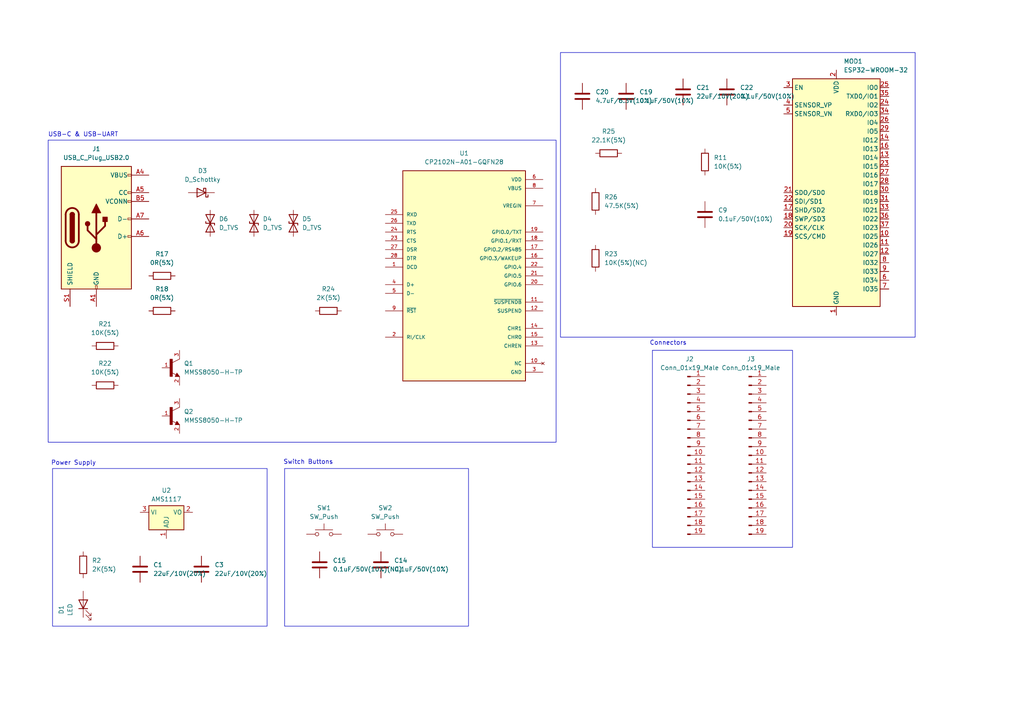
<source format=kicad_sch>
(kicad_sch (version 20250114) (generator "eeschema") (generator_version "9.0")
  (paper "A4")
  (title_block (title "ESP32 Clone") (comment 4 "I.M.J. Haan"))
  (lib_symbols
    (symbol "CP2102N-A01-GQFN28:CP2102N-A01-GQFN28" (pin_names (offset 1.016))
      (property "Reference" "U" (at -17.8368 31.0839 0))
      (property "Value" "CP2102N-A01-GQFN28" (at -17.8088 -31.041 0))
      (symbol "CP2102N-A01-GQFN28_0_0"
        (rectangle (start -17.78 -30.48) (end 17.78 30.48) (stroke (width 0.254)) (fill (type background)))
        (pin input line (at -22.86 17.78 0) (length 5.08) (name "RXD") (number "25"))
        (pin output line (at -22.86 15.24 0) (length 5.08) (name "TXD") (number "26"))
        (pin output line (at -22.86 12.7 0) (length 5.08) (name "RTS") (number "24"))
        (pin input line (at -22.86 10.16 0) (length 5.08) (name "CTS") (number "23"))
        (pin input line (at -22.86 7.62 0) (length 5.08) (name "DSR") (number "27"))
        (pin output line (at -22.86 5.08 0) (length 5.08) (name "DTR") (number "28"))
        (pin input line (at -22.86 2.54 0) (length 5.08) (name "DCD") (number "1"))
        (pin bidirectional line (at -22.86 -2.54 0) (length 5.08) (name "D+") (number "4"))
        (pin bidirectional line (at -22.86 -5.08 0) (length 5.08) (name "D-") (number "5"))
        (pin input line (at -22.86 -10.16 0) (length 5.08) (name "~{RST}") (number "9"))
        (pin bidirectional line (at -22.86 -17.78 0) (length 5.08) (name "RI/CLK") (number "2"))
        (pin power_in line (at 22.86 27.94 180) (length 5.08) (name "VDD") (number "6"))
        (pin power_in line (at 22.86 25.4 180) (length 5.08) (name "VBUS") (number "8"))
        (pin power_in line (at 22.86 20.32 180) (length 5.08) (name "VREGIN") (number "7"))
        (pin bidirectional line (at 22.86 12.7 180) (length 5.08) (name "GPIO.0/TXT") (number "19"))
        (pin bidirectional line (at 22.86 10.16 180) (length 5.08) (name "GPIO.1/RXT") (number "18"))
        (pin bidirectional line (at 22.86 7.62 180) (length 5.08) (name "GPIO.2/RS485") (number "17"))
        (pin bidirectional line (at 22.86 5.08 180) (length 5.08) (name "GPIO.3/WAKEUP") (number "16"))
        (pin bidirectional line (at 22.86 2.54 180) (length 5.08) (name "GPIO.4") (number "22"))
        (pin bidirectional line (at 22.86 0 180) (length 5.08) (name "GPIO.5") (number "21"))
        (pin bidirectional line (at 22.86 -2.54 180) (length 5.08) (name "GPIO.6") (number "20"))
        (pin output line (at 22.86 -7.62 180) (length 5.08) (name "~{SUSPENDB}") (number "11"))
        (pin output line (at 22.86 -10.16 180) (length 5.08) (name "SUSPEND") (number "12"))
        (pin output line (at 22.86 -15.24 180) (length 5.08) (name "CHR1") (number "14"))
        (pin output line (at 22.86 -17.78 180) (length 5.08) (name "CHR0") (number "15"))
        (pin output line (at 22.86 -20.32 180) (length 5.08) (name "CHREN") (number "13"))
        (pin no_connect line (at 22.86 -25.4 180) (length 5.08) (name "NC") (number "10"))
        (pin power_in line (at 22.86 -27.94 180) (length 5.08) (hide yes) (name "GND") (number "29"))
        (pin power_in line (at 22.86 -27.94 180) (length 5.08) (name "GND") (number "3"))
      )
    )
    (symbol "Connector:Conn_01x19_Pin" (pin_names (offset 1.016) (hide yes))
      (property "Reference" "J" (at 0 25.4 0))
      (property "Value" "Conn_01x19_Pin" (at 0 -25.4 0))
      (symbol "Conn_01x19_Pin_1_1"
        (rectangle (start 0.8636 22.987) (end 0 22.733) (stroke (width 0.1524)) (fill (type outline)))
        (rectangle (start 0.8636 20.447) (end 0 20.193) (stroke (width 0.1524)) (fill (type outline)))
        (rectangle (start 0.8636 17.907) (end 0 17.653) (stroke (width 0.1524)) (fill (type outline)))
        (rectangle (start 0.8636 15.367) (end 0 15.113) (stroke (width 0.1524)) (fill (type outline)))
        (rectangle (start 0.8636 12.827) (end 0 12.573) (stroke (width 0.1524)) (fill (type outline)))
        (rectangle (start 0.8636 10.287) (end 0 10.033) (stroke (width 0.1524)) (fill (type outline)))
        (rectangle (start 0.8636 7.747) (end 0 7.493) (stroke (width 0.1524)) (fill (type outline)))
        (rectangle (start 0.8636 5.207) (end 0 4.953) (stroke (width 0.1524)) (fill (type outline)))
        (rectangle (start 0.8636 2.667) (end 0 2.413) (stroke (width 0.1524)) (fill (type outline)))
        (rectangle (start 0.8636 0.127) (end 0 -0.127) (stroke (width 0.1524)) (fill (type outline)))
        (rectangle (start 0.8636 -2.413) (end 0 -2.667) (stroke (width 0.1524)) (fill (type outline)))
        (rectangle (start 0.8636 -4.953) (end 0 -5.207) (stroke (width 0.1524)) (fill (type outline)))
        (rectangle (start 0.8636 -7.493) (end 0 -7.747) (stroke (width 0.1524)) (fill (type outline)))
        (rectangle (start 0.8636 -10.033) (end 0 -10.287) (stroke (width 0.1524)) (fill (type outline)))
        (rectangle (start 0.8636 -12.573) (end 0 -12.827) (stroke (width 0.1524)) (fill (type outline)))
        (rectangle (start 0.8636 -15.113) (end 0 -15.367) (stroke (width 0.1524)) (fill (type outline)))
        (rectangle (start 0.8636 -17.653) (end 0 -17.907) (stroke (width 0.1524)) (fill (type outline)))
        (rectangle (start 0.8636 -20.193) (end 0 -20.447) (stroke (width 0.1524)) (fill (type outline)))
        (rectangle (start 0.8636 -22.733) (end 0 -22.987) (stroke (width 0.1524)) (fill (type outline)))
        (polyline (pts (xy 1.27 22.86) (xy 0.8636 22.86)) (stroke (width 0.1524)))
        (polyline (pts (xy 1.27 20.32) (xy 0.8636 20.32)) (stroke (width 0.1524)))
        (polyline (pts (xy 1.27 17.78) (xy 0.8636 17.78)) (stroke (width 0.1524)))
        (polyline (pts (xy 1.27 15.24) (xy 0.8636 15.24)) (stroke (width 0.1524)))
        (polyline (pts (xy 1.27 12.7) (xy 0.8636 12.7)) (stroke (width 0.1524)))
        (polyline (pts (xy 1.27 10.16) (xy 0.8636 10.16)) (stroke (width 0.1524)))
        (polyline (pts (xy 1.27 7.62) (xy 0.8636 7.62)) (stroke (width 0.1524)))
        (polyline (pts (xy 1.27 5.08) (xy 0.8636 5.08)) (stroke (width 0.1524)))
        (polyline (pts (xy 1.27 2.54) (xy 0.8636 2.54)) (stroke (width 0.1524)))
        (polyline (pts (xy 1.27 0) (xy 0.8636 0)) (stroke (width 0.1524)))
        (polyline (pts (xy 1.27 -2.54) (xy 0.8636 -2.54)) (stroke (width 0.1524)))
        (polyline (pts (xy 1.27 -5.08) (xy 0.8636 -5.08)) (stroke (width 0.1524)))
        (polyline (pts (xy 1.27 -7.62) (xy 0.8636 -7.62)) (stroke (width 0.1524)))
        (polyline (pts (xy 1.27 -10.16) (xy 0.8636 -10.16)) (stroke (width 0.1524)))
        (polyline (pts (xy 1.27 -12.7) (xy 0.8636 -12.7)) (stroke (width 0.1524)))
        (polyline (pts (xy 1.27 -15.24) (xy 0.8636 -15.24)) (stroke (width 0.1524)))
        (polyline (pts (xy 1.27 -17.78) (xy 0.8636 -17.78)) (stroke (width 0.1524)))
        (polyline (pts (xy 1.27 -20.32) (xy 0.8636 -20.32)) (stroke (width 0.1524)))
        (polyline (pts (xy 1.27 -22.86) (xy 0.8636 -22.86)) (stroke (width 0.1524)))
        (pin passive line (at 5.08 22.86 180) (length 3.81) (name "Pin_1") (number "1"))
        (pin passive line (at 5.08 20.32 180) (length 3.81) (name "Pin_2") (number "2"))
        (pin passive line (at 5.08 17.78 180) (length 3.81) (name "Pin_3") (number "3"))
        (pin passive line (at 5.08 15.24 180) (length 3.81) (name "Pin_4") (number "4"))
        (pin passive line (at 5.08 12.7 180) (length 3.81) (name "Pin_5") (number "5"))
        (pin passive line (at 5.08 10.16 180) (length 3.81) (name "Pin_6") (number "6"))
        (pin passive line (at 5.08 7.62 180) (length 3.81) (name "Pin_7") (number "7"))
        (pin passive line (at 5.08 5.08 180) (length 3.81) (name "Pin_8") (number "8"))
        (pin passive line (at 5.08 2.54 180) (length 3.81) (name "Pin_9") (number "9"))
        (pin passive line (at 5.08 0 180) (length 3.81) (name "Pin_10") (number "10"))
        (pin passive line (at 5.08 -2.54 180) (length 3.81) (name "Pin_11") (number "11"))
        (pin passive line (at 5.08 -5.08 180) (length 3.81) (name "Pin_12") (number "12"))
        (pin passive line (at 5.08 -7.62 180) (length 3.81) (name "Pin_13") (number "13"))
        (pin passive line (at 5.08 -10.16 180) (length 3.81) (name "Pin_14") (number "14"))
        (pin passive line (at 5.08 -12.7 180) (length 3.81) (name "Pin_15") (number "15"))
        (pin passive line (at 5.08 -15.24 180) (length 3.81) (name "Pin_16") (number "16"))
        (pin passive line (at 5.08 -17.78 180) (length 3.81) (name "Pin_17") (number "17"))
        (pin passive line (at 5.08 -20.32 180) (length 3.81) (name "Pin_18") (number "18"))
        (pin passive line (at 5.08 -22.86 180) (length 3.81) (name "Pin_19") (number "19"))
      )
    )
    (symbol "Connector:USB_C_Plug_USB2.0" (pin_names (offset 1.016))
      (property "Reference" "P" (at -10.16 19.05 0))
      (property "Value" "USB_C_Plug_USB2.0" (at 12.7 19.05 0))
      (symbol "USB_C_Plug_USB2.0_0_0"
        (rectangle (start -0.254 -17.78) (end 0.254 -16.764))
        (rectangle (start 10.16 15.494) (end 9.144 14.986))
        (rectangle (start 10.16 10.414) (end 9.144 9.906))
        (rectangle (start 10.16 7.874) (end 9.144 7.366))
        (rectangle (start 10.16 2.794) (end 9.144 2.286))
        (rectangle (start 10.16 -2.286) (end 9.144 -2.794))
      )
      (symbol "USB_C_Plug_USB2.0_0_1"
        (rectangle (start -10.16 17.78) (end 10.16 -17.78) (stroke (width 0.254)) (fill (type background)))
        (polyline (pts (xy -8.89 -3.81) (xy -8.89 3.81)) (stroke (width 0.508)))
        (rectangle (start -7.62 -3.81) (end -6.35 3.81) (stroke (width 0.254)) (fill (type outline)))
        (arc (start -7.62 3.81) (mid -6.985 4.4423) (end -6.35 3.81) (stroke (width 0.254)))
        (arc (start -7.62 3.81) (mid -6.985 4.4423) (end -6.35 3.81) (stroke (width 0.254)) (fill (type outline)))
        (arc (start -8.89 3.81) (mid -6.985 5.7067) (end -5.08 3.81) (stroke (width 0.508)))
        (arc (start -5.08 -3.81) (mid -6.985 -5.7067) (end -8.89 -3.81) (stroke (width 0.508)))
        (arc (start -6.35 -3.81) (mid -6.985 -4.4423) (end -7.62 -3.81) (stroke (width 0.254)))
        (arc (start -6.35 -3.81) (mid -6.985 -4.4423) (end -7.62 -3.81) (stroke (width 0.254)) (fill (type outline)))
        (polyline (pts (xy -5.08 3.81) (xy -5.08 -3.81)) (stroke (width 0.508)))
        (circle (center -2.54 1.143) (radius 0.635) (stroke (width 0.254)) (fill (type outline)))
        (polyline (pts (xy -1.27 4.318) (xy 0 6.858) (xy 1.27 4.318) (xy -1.27 4.318)) (stroke (width 0.254)) (fill (type outline)))
        (polyline (pts (xy 0 -2.032) (xy 2.54 0.508) (xy 2.54 1.778)) (stroke (width 0.508)))
        (polyline (pts (xy 0 -3.302) (xy -2.54 -0.762) (xy -2.54 0.508)) (stroke (width 0.508)))
        (polyline (pts (xy 0 -5.842) (xy 0 4.318)) (stroke (width 0.508)))
        (circle (center 0 -5.842) (radius 1.27) (fill (type outline)))
        (rectangle (start 1.905 1.778) (end 3.175 3.048) (stroke (width 0.254)) (fill (type outline)))
      )
      (symbol "USB_C_Plug_USB2.0_1_1"
        (pin passive line (at -7.62 -22.86 90) (length 5.08) (name "SHIELD") (number "S1"))
        (pin passive line (at 0 -22.86 90) (length 5.08) (name "GND") (number "A1"))
        (pin passive line (at 0 -22.86 90) (length 5.08) (hide yes) (name "GND") (number "A12"))
        (pin passive line (at 0 -22.86 90) (length 5.08) (hide yes) (name "GND") (number "B1"))
        (pin passive line (at 0 -22.86 90) (length 5.08) (hide yes) (name "GND") (number "B12"))
        (pin passive line (at 15.24 15.24 180) (length 5.08) (name "VBUS") (number "A4"))
        (pin passive line (at 15.24 15.24 180) (length 5.08) (hide yes) (name "VBUS") (number "A9"))
        (pin passive line (at 15.24 15.24 180) (length 5.08) (hide yes) (name "VBUS") (number "B4"))
        (pin passive line (at 15.24 15.24 180) (length 5.08) (hide yes) (name "VBUS") (number "B9"))
        (pin bidirectional line (at 15.24 10.16 180) (length 5.08) (name "CC") (number "A5"))
        (pin bidirectional line (at 15.24 7.62 180) (length 5.08) (name "VCONN") (number "B5"))
        (pin bidirectional line (at 15.24 2.54 180) (length 5.08) (name "D-") (number "A7"))
        (pin bidirectional line (at 15.24 -2.54 180) (length 5.08) (name "D+") (number "A6"))
      )
    )
    (symbol "Device:C" (pin_numbers (hide yes)) (pin_names (offset 0.254))
      (property "Reference" "C" (at 0.635 2.54 0))
      (property "Value" "C" (at 0.635 -2.54 0))
      (symbol "C_0_1"
        (polyline (pts (xy -2.032 0.762) (xy 2.032 0.762)) (stroke (width 0.508)))
        (polyline (pts (xy -2.032 -0.762) (xy 2.032 -0.762)) (stroke (width 0.508)))
      )
      (symbol "C_1_1"
        (pin passive line (at 0 3.81 270) (length 2.794) (name "~") (number "1"))
        (pin passive line (at 0 -3.81 90) (length 2.794) (name "~") (number "2"))
      )
    )
    (symbol "Device:D_Schottky" (pin_numbers (hide yes)) (pin_names (offset 1.016) (hide yes))
      (property "Reference" "D" (at 0 2.54 0))
      (property "Value" "D_Schottky" (at 0 -2.54 0))
      (symbol "D_Schottky_0_1"
        (polyline (pts (xy -1.905 0.635) (xy -1.905 1.27) (xy -1.27 1.27) (xy -1.27 -1.27) (xy -0.635 -1.27) (xy -0.635 -0.635)) (stroke (width 0.254)))
        (polyline (pts (xy 1.27 1.27) (xy 1.27 -1.27) (xy -1.27 0) (xy 1.27 1.27)) (stroke (width 0.254)))
        (polyline (pts (xy 1.27 0) (xy -1.27 0)))
      )
      (symbol "D_Schottky_1_1"
        (pin passive line (at -3.81 0 0) (length 2.54) (name "K") (number "1"))
        (pin passive line (at 3.81 0 180) (length 2.54) (name "A") (number "2"))
      )
    )
    (symbol "Device:D_TVS" (pin_numbers (hide yes)) (pin_names (offset 1.016) (hide yes))
      (property "Reference" "D" (at 0 2.54 0))
      (property "Value" "D_TVS" (at 0 -2.54 0))
      (symbol "D_TVS_0_1"
        (polyline (pts (xy -2.54 1.27) (xy -2.54 -1.27) (xy 2.54 1.27) (xy 2.54 -1.27) (xy -2.54 1.27)) (stroke (width 0.254)))
        (polyline (pts (xy 0.508 1.27) (xy 0 1.27) (xy 0 -1.27) (xy -0.508 -1.27)) (stroke (width 0.254)))
        (polyline (pts (xy 1.27 0) (xy -1.27 0)))
      )
      (symbol "D_TVS_1_1"
        (pin passive line (at -3.81 0 0) (length 2.54) (name "A1") (number "1"))
        (pin passive line (at 3.81 0 180) (length 2.54) (name "A2") (number "2"))
      )
    )
    (symbol "Device:LED" (pin_numbers (hide yes)) (pin_names (offset 1.016) (hide yes))
      (property "Reference" "D" (at 0 2.54 0))
      (property "Value" "LED" (at 0 -2.54 0))
      (symbol "LED_0_1"
        (polyline (pts (xy -3.048 -0.762) (xy -4.572 -2.286) (xy -3.81 -2.286) (xy -4.572 -2.286) (xy -4.572 -1.524)))
        (polyline (pts (xy -1.778 -0.762) (xy -3.302 -2.286) (xy -2.54 -2.286) (xy -3.302 -2.286) (xy -3.302 -1.524)))
        (polyline (pts (xy -1.27 0) (xy 1.27 0)))
        (polyline (pts (xy -1.27 -1.27) (xy -1.27 1.27)) (stroke (width 0.254)))
        (polyline (pts (xy 1.27 -1.27) (xy 1.27 1.27) (xy -1.27 0) (xy 1.27 -1.27)) (stroke (width 0.254)))
      )
      (symbol "LED_1_1"
        (pin passive line (at -3.81 0 0) (length 2.54) (name "K") (number "1"))
        (pin passive line (at 3.81 0 180) (length 2.54) (name "A") (number "2"))
      )
    )
    (symbol "Device:R" (pin_numbers (hide yes)) (pin_names (offset 0))
      (property "Reference" "R" (at 2.032 0 90))
      (property "Value" "R" (at 0 0 90))
      (symbol "R_0_1"
        (rectangle (start -1.016 -2.54) (end 1.016 2.54) (stroke (width 0.254)))
      )
      (symbol "R_1_1"
        (pin passive line (at 0 3.81 270) (length 1.27) (name "~") (number "1"))
        (pin passive line (at 0 -3.81 90) (length 1.27) (name "~") (number "2"))
      )
    )
    (symbol "MMSS8050-H-TP:MMSS8050-H-TP" (pin_names (offset 1.016))
      (property "Reference" "Q" (at -10.16 7.62 0))
      (property "Value" "MMSS8050-H-TP" (at -10.16 -7.62 0))
      (symbol "MMSS8050-H-TP_0_0"
        (rectangle (start -0.254 -2.54) (end 0.508 2.54) (stroke (width 0.1)) (fill (type outline)))
        (polyline (pts (xy 1.27 -2.54) (xy 1.778 -1.524)) (stroke (width 0.1524)))
        (polyline (pts (xy 1.524 -2.286) (xy 1.905 -2.286)) (stroke (width 0.254)))
        (polyline (pts (xy 1.524 -2.413) (xy 2.286 -2.413)) (stroke (width 0.254)))
        (polyline (pts (xy 1.54 -2.04) (xy 0.308 -1.424)) (stroke (width 0.1524)))
        (polyline (pts (xy 1.778 -1.524) (xy 2.54 -2.54)) (stroke (width 0.1524)))
        (polyline (pts (xy 1.778 -1.778) (xy 1.524 -2.286)) (stroke (width 0.254)))
        (polyline (pts (xy 1.905 -2.286) (xy 1.778 -2.032)) (stroke (width 0.254)))
        (polyline (pts (xy 2.286 -2.413) (xy 1.778 -1.778)) (stroke (width 0.254)))
        (polyline (pts (xy 2.54 2.54) (xy 0.508 1.524)) (stroke (width 0.1524)))
        (polyline (pts (xy 2.54 -2.54) (xy 1.27 -2.54)) (stroke (width 0.1524)))
        (pin passive line (at -2.54 0 0) (length 2.54) (name "~") (number "1"))
        (pin passive line (at 2.54 5.08 270) (length 2.54) (name "~") (number "3"))
        (pin passive line (at 2.54 -5.08 90) (length 2.54) (name "~") (number "2"))
      )
    )
    (symbol "RF_Module:ESP32-WROOM-32"
      (property "Reference" "U" (at -12.7 34.29 0))
      (property "Value" "ESP32-WROOM-32" (at 1.27 34.29 0))
      (symbol "ESP32-WROOM-32_0_1"
        (rectangle (start -12.7 33.02) (end 12.7 -33.02) (stroke (width 0.254)) (fill (type background)))
      )
      (symbol "ESP32-WROOM-32_1_1"
        (pin input line (at -15.24 30.48 0) (length 2.54) (name "EN") (number "3"))
        (pin input line (at -15.24 25.4 0) (length 2.54) (name "SENSOR_VP") (number "4"))
        (pin input line (at -15.24 22.86 0) (length 2.54) (name "SENSOR_VN") (number "5"))
        (pin bidirectional line (at -15.24 0 0) (length 2.54) (name "SDO/SD0") (number "21"))
        (pin bidirectional line (at -15.24 -2.54 0) (length 2.54) (name "SDI/SD1") (number "22"))
        (pin bidirectional line (at -15.24 -5.08 0) (length 2.54) (name "SHD/SD2") (number "17"))
        (pin bidirectional line (at -15.24 -7.62 0) (length 2.54) (name "SWP/SD3") (number "18"))
        (pin bidirectional line (at -15.24 -10.16 0) (length 2.54) (name "SCK/CLK") (number "20"))
        (pin bidirectional line (at -15.24 -12.7 0) (length 2.54) (name "SCS/CMD") (number "19"))
        (pin no_connect line (at -12.7 -27.94 0) (length 2.54) (hide yes) (name "NC") (number "32"))
        (pin power_in line (at 0 35.56 270) (length 2.54) (name "VDD") (number "2"))
        (pin power_in line (at 0 -35.56 90) (length 2.54) (name "GND") (number "1"))
        (pin passive line (at 0 -35.56 90) (length 2.54) (hide yes) (name "GND") (number "15"))
        (pin passive line (at 0 -35.56 90) (length 2.54) (hide yes) (name "GND") (number "38"))
        (pin passive line (at 0 -35.56 90) (length 2.54) (hide yes) (name "GND") (number "39"))
        (pin bidirectional line (at 15.24 30.48 180) (length 2.54) (name "IO0") (number "25"))
        (pin bidirectional line (at 15.24 27.94 180) (length 2.54) (name "TXD0/IO1") (number "35"))
        (pin bidirectional line (at 15.24 25.4 180) (length 2.54) (name "IO2") (number "24"))
        (pin bidirectional line (at 15.24 22.86 180) (length 2.54) (name "RXD0/IO3") (number "34"))
        (pin bidirectional line (at 15.24 20.32 180) (length 2.54) (name "IO4") (number "26"))
        (pin bidirectional line (at 15.24 17.78 180) (length 2.54) (name "IO5") (number "29"))
        (pin bidirectional line (at 15.24 15.24 180) (length 2.54) (name "IO12") (number "14"))
        (pin bidirectional line (at 15.24 12.7 180) (length 2.54) (name "IO13") (number "16"))
        (pin bidirectional line (at 15.24 10.16 180) (length 2.54) (name "IO14") (number "13"))
        (pin bidirectional line (at 15.24 7.62 180) (length 2.54) (name "IO15") (number "23"))
        (pin bidirectional line (at 15.24 5.08 180) (length 2.54) (name "IO16") (number "27"))
        (pin bidirectional line (at 15.24 2.54 180) (length 2.54) (name "IO17") (number "28"))
        (pin bidirectional line (at 15.24 0 180) (length 2.54) (name "IO18") (number "30"))
        (pin bidirectional line (at 15.24 -2.54 180) (length 2.54) (name "IO19") (number "31"))
        (pin bidirectional line (at 15.24 -5.08 180) (length 2.54) (name "IO21") (number "33"))
        (pin bidirectional line (at 15.24 -7.62 180) (length 2.54) (name "IO22") (number "36"))
        (pin bidirectional line (at 15.24 -10.16 180) (length 2.54) (name "IO23") (number "37"))
        (pin bidirectional line (at 15.24 -12.7 180) (length 2.54) (name "IO25") (number "10"))
        (pin bidirectional line (at 15.24 -15.24 180) (length 2.54) (name "IO26") (number "11"))
        (pin bidirectional line (at 15.24 -17.78 180) (length 2.54) (name "IO27") (number "12"))
        (pin bidirectional line (at 15.24 -20.32 180) (length 2.54) (name "IO32") (number "8"))
        (pin bidirectional line (at 15.24 -22.86 180) (length 2.54) (name "IO33") (number "9"))
        (pin input line (at 15.24 -25.4 180) (length 2.54) (name "IO34") (number "6"))
        (pin input line (at 15.24 -27.94 180) (length 2.54) (name "IO35") (number "7"))
      )
    )
    (symbol "Regulator_Linear:AMS1117"
      (property "Reference" "U" (at -3.81 3.175 0))
      (property "Value" "AMS1117" (at 0 3.175 0))
      (symbol "AMS1117_0_1"
        (rectangle (start -5.08 -5.08) (end 5.08 1.905) (stroke (width 0.254)) (fill (type background)))
      )
      (symbol "AMS1117_1_1"
        (pin power_in line (at -7.62 0 0) (length 2.54) (name "VI") (number "3"))
        (pin input line (at 0 -7.62 90) (length 2.54) (name "ADJ") (number "1"))
        (pin power_out line (at 7.62 0 180) (length 2.54) (name "VO") (number "2"))
      )
    )
    (symbol "Switch:SW_Push" (pin_numbers (hide yes)) (pin_names (offset 1.016) (hide yes))
      (property "Reference" "SW" (at 1.27 2.54 0))
      (property "Value" "SW_Push" (at 0 -1.524 0))
      (symbol "SW_Push_0_1"
        (circle (center -2.032 0) (radius 0.508))
        (polyline (pts (xy 0 1.27) (xy 0 3.048)))
        (circle (center 2.032 0) (radius 0.508))
        (polyline (pts (xy 2.54 1.27) (xy -2.54 1.27)))
        (pin passive line (at -5.08 0 0) (length 2.54) (name "1") (number "1"))
        (pin passive line (at 5.08 0 180) (length 2.54) (name "2") (number "2"))
      )
    )
  )
  (rectangle (start 15.24 135.89) (end 77.47 181.61))
  (rectangle (start 189.23 101.6) (end 229.87 158.75))
  (rectangle (start 82.55 135.89) (end 135.89 181.61))
  (rectangle (start 13.97 40.64) (end 161.29 128.27))
  (rectangle (start 162.56 15.24) (end 265.43 97.79))
  (text "Power Supply" (at 21.336 134.366 0) (effects (font (size 1.27 1.27))))
  (text "Connectors" (at 193.802 99.568 0) (effects (font (size 1.27 1.27))))
  (text "Switch Buttons" (at 89.408 134.112 0) (effects (font (size 1.27 1.27))))
  (text "USB-C & USB-UART" (at 24.13 39.116 0) (effects (font (size 1.27 1.27))))
  (symbol (lib_id "Device:R") (at 24.13 163.83 0) (unit 1)
    (property "Reference" "R2" (at 26.67 162.5599 0) (effects (justify left)))
    (property "Value" "2K(5%)" (at 26.67 165.0999 0) (effects (justify left)))
    (property "Footprint" "Resistor_SMD:R_0402_1005Metric" (effects (hide yes)))
    (property "Description" "Resistor" (effects (hide yes)))
  )
  (symbol (lib_id "Device:C") (at 210.82 26.67 0) (unit 1)
    (property "Reference" "C22" (at 214.63 25.3999 0) (effects (justify left)))
    (property "Value" "0.1uF/50V(10%)" (at 214.63 27.9399 0) (effects (justify left)))
    (property "Footprint" "Capacitor_SMD:C_0402_1005Metric" (effects (hide yes)))
    (property "Description" "Unpolarized capacitor" (effects (hide yes)))
  )
  (symbol (lib_id "Device:C") (at 58.42 165.1 0) (unit 1)
    (property "Reference" "C3" (at 62.23 163.8299 0) (effects (justify left)))
    (property "Value" "22uF/10V(20%)" (at 62.23 166.3699 0) (effects (justify left)))
    (property "Footprint" "Capacitor_SMD:C_0603_1608Metric" (effects (hide yes)))
    (property "Description" "Unpolarized capacitor" (effects (hide yes)))
  )
  (symbol (lib_id "Device:R") (at 30.48 111.76 90) (unit 1)
    (property "Reference" "R22" (at 30.48 105.41 90))
    (property "Value" "10K(5%)" (at 30.48 107.95 90))
    (property "Footprint" "Resistor_SMD:R_0402_1005Metric" (effects (hide yes)))
    (property "Description" "Resistor" (effects (hide yes)))
  )
  (symbol (lib_id "Device:D_TVS") (at 85.09 64.77 90) (unit 1)
    (property "Reference" "D5" (at 87.63 63.4999 90) (effects (justify right)))
    (property "Value" "D_TVS" (at 87.63 66.0399 90) (effects (justify right)))
    (property "Footprint" "Diode_SMD:D_SOD-323" (effects (hide yes)))
    (property "Description" "Bidirectional transient-voltage-suppression diode" (effects (hide yes)))
  )
  (symbol (lib_id "Device:D_Schottky") (at 58.42 55.88 180) (unit 1)
    (property "Reference" "D3" (at 58.7375 49.53 0))
    (property "Value" "D_Schottky" (at 58.7375 52.07 0))
    (property "Footprint" "Diode_SMD:D_SOD-323" (effects (hide yes)))
    (property "Description" "Schottky diode" (effects (hide yes)))
  )
  (symbol (lib_id "Device:C") (at 110.49 163.83 0) (unit 1)
    (property "Reference" "C14" (at 114.3 162.5599 0) (effects (justify left)))
    (property "Value" "0.1uF/50V(10%)" (at 114.3 165.0999 0) (effects (justify left)))
    (property "Footprint" "Capacitor_SMD:C_0402_1005Metric" (effects (hide yes)))
    (property "Description" "Unpolarized capacitor" (effects (hide yes)))
  )
  (symbol (lib_id "Device:D_TVS") (at 60.96 64.77 90) (unit 1)
    (property "Reference" "D6" (at 63.5 63.4999 90) (effects (justify right)))
    (property "Value" "D_TVS" (at 63.5 66.0399 90) (effects (justify right)))
    (property "Footprint" "Diode_SMD:D_SOD-323" (effects (hide yes)))
    (property "Description" "Bidirectional transient-voltage-suppression diode" (effects (hide yes)))
  )
  (symbol (lib_id "Device:C") (at 40.64 165.1 0) (unit 1)
    (property "Reference" "C1" (at 44.45 163.8299 0) (effects (justify left)))
    (property "Value" "22uF/10V(20%)" (at 44.45 166.3699 0) (effects (justify left)))
    (property "Footprint" "Capacitor_SMD:C_0603_1608Metric" (effects (hide yes)))
    (property "Description" "Unpolarized capacitor" (effects (hide yes)))
  )
  (symbol (lib_id "MMSS8050-H-TP:MMSS8050-H-TP") (at 49.53 106.68 0) (unit 1)
    (property "Reference" "Q1" (at 53.34 105.4099 0) (effects (justify left)))
    (property "Value" "MMSS8050-H-TP" (at 53.34 107.9499 0) (effects (justify left)))
    (property "Footprint" "MMSS8050-H-TP:TRANS_MMSS8050-H-TP" (effects (hide yes)))
    (property "MF" "Micro Commercial" (effects (hide yes)))
    (property "MAXIMUM_PACKAGE_HEIGHT" "1.22mm" (effects (hide yes)))
    (property "Package" "SOT-23 MCC" (effects (hide yes)))
    (property "Price" "None" (effects (hide yes)))
    (property "Check_prices" "https://www.snapeda.com/parts/MMSS8050-H-TP/Micro+Commercial+Components/view-part/?ref=eda" (effects (hide yes)))
    (property "STANDARD" "Manufacturer recommendations" (effects (hide yes)))
    (property "PARTREV" "D" (effects (hide yes)))
    (property "SnapEDA_Link" "https://www.snapeda.com/parts/MMSS8050-H-TP/Micro+Commercial+Components/view-part/?ref=snap" (effects (hide yes)))
    (property "MP" "MMSS8050-H-TP" (effects (hide yes)))
    (property "Description_1" "Bipolar (BJT) Transistor NPN 25 V 1.5 A 100MHz 625 mW Surface Mount SOT-23" (effects (hide yes)))
    (property "Availability" "In Stock" (effects (hide yes)))
    (property "MANUFACTURER" "MCC" (effects (hide yes)))
  )
  (symbol (lib_id "Switch:SW_Push") (at 111.76 154.94 0) (unit 1)
    (property "Reference" "SW2" (at 111.76 147.32 0))
    (property "Value" "SW_Push" (at 111.76 149.86 0))
    (property "Footprint" "Button_Switch_SMD:SW_SPST_B3S-1000" (effects (hide yes)))
    (property "Description" "Push button switch, generic, two pins" (effects (hide yes)))
  )
  (symbol (lib_id "Switch:SW_Push") (at 93.98 154.94 0) (unit 1)
    (property "Reference" "SW1" (at 93.98 147.32 0))
    (property "Value" "SW_Push" (at 93.98 149.86 0))
    (property "Footprint" "Button_Switch_SMD:SW_SPST_B3S-1000" (effects (hide yes)))
    (property "Description" "Push button switch, generic, two pins" (effects (hide yes)))
  )
  (symbol (lib_id "Device:C") (at 168.91 27.94 0) (unit 1)
    (property "Reference" "C20" (at 172.72 26.6699 0) (effects (justify left)))
    (property "Value" "4.7uF/6.3V(10%)" (at 172.72 29.2099 0) (effects (justify left)))
    (property "Footprint" "Capacitor_SMD:C_0402_1005Metric" (effects (hide yes)))
    (property "Description" "Unpolarized capacitor" (effects (hide yes)))
  )
  (symbol (lib_id "Device:C") (at 204.47 62.23 0) (unit 1)
    (property "Reference" "C9" (at 208.28 60.9599 0) (effects (justify left)))
    (property "Value" "0.1uF/50V(10%)" (at 208.28 63.4999 0) (effects (justify left)))
    (property "Footprint" "Capacitor_SMD:C_0402_1005Metric" (effects (hide yes)))
    (property "Description" "Unpolarized capacitor" (effects (hide yes)))
  )
  (symbol (lib_id "Device:R") (at 46.99 90.17 90) (unit 1)
    (property "Reference" "R18" (at 46.99 83.82 90))
    (property "Value" "0R(5%)" (at 46.99 86.36 90))
    (property "Footprint" "Resistor_SMD:R_0402_1005Metric" (effects (hide yes)))
    (property "Description" "Resistor" (effects (hide yes)))
  )
  (symbol (lib_id "Device:C") (at 181.61 27.94 0) (unit 1)
    (property "Reference" "C19" (at 185.42 26.6699 0) (effects (justify left)))
    (property "Value" "0.1uF/50V(10%)" (at 185.42 29.2099 0) (effects (justify left)))
    (property "Footprint" "Capacitor_SMD:C_0402_1005Metric" (effects (hide yes)))
    (property "Description" "Unpolarized capacitor" (effects (hide yes)))
  )
  (symbol (lib_id "Device:R") (at 204.47 46.99 0) (unit 1)
    (property "Reference" "R11" (at 207.01 45.7199 0) (effects (justify left)))
    (property "Value" "10K(5%)" (at 207.01 48.2599 0) (effects (justify left)))
    (property "Footprint" "Resistor_SMD:R_0402_1005Metric" (effects (hide yes)))
    (property "Description" "Resistor" (effects (hide yes)))
  )
  (symbol (lib_id "CP2102N-A01-GQFN28:CP2102N-A01-GQFN28") (at 134.62 80.01 0) (unit 1)
    (property "Reference" "U1" (at 134.62 44.45 0))
    (property "Value" "CP2102N-A01-GQFN28" (at 134.62 46.99 0))
    (property "Footprint" "CP2102N-A01-GQFN28:QFN50P500X500X80-29N" (effects (hide yes)))
    (property "MF" "Silicon Labs" (effects (hide yes)))
    (property "MAXIMUM_PACKAGE_HEIGHT" "0.8mm" (effects (hide yes)))
    (property "Package" "QFN-28 Silicon Labs" (effects (hide yes)))
    (property "Price" "None" (effects (hide yes)))
    (property "Check_prices" "https://www.snapeda.com/parts/CP2102N-A01-GQFN28/Silicon+Labs/view-part/?ref=eda" (effects (hide yes)))
    (property "STANDARD" "IPC 7351B" (effects (hide yes)))
    (property "PARTREV" "1.0" (effects (hide yes)))
    (property "SnapEDA_Link" "https://www.snapeda.com/parts/CP2102N-A01-GQFN28/Silicon+Labs/view-part/?ref=snap" (effects (hide yes)))
    (property "MP" "CP2102N-A01-GQFN28" (effects (hide yes)))
    (property "Description_1" "USB Bridge, USB to UART USB 2.0 UART Interface 28-QFN (5x5)" (effects (hide yes)))
    (property "Availability" "Not in stock" (effects (hide yes)))
    (property "MANUFACTURER" "SILICON LABS" (effects (hide yes)))
  )
  (symbol (lib_id "Device:D_TVS") (at 73.66 64.77 90) (unit 1)
    (property "Reference" "D4" (at 76.2 63.4999 90) (effects (justify right)))
    (property "Value" "D_TVS" (at 76.2 66.0399 90) (effects (justify right)))
    (property "Footprint" "Diode_SMD:D_SOD-323" (effects (hide yes)))
    (property "Description" "Bidirectional transient-voltage-suppression diode" (effects (hide yes)))
  )
  (symbol (lib_id "MMSS8050-H-TP:MMSS8050-H-TP") (at 49.53 120.65 0) (unit 1)
    (property "Reference" "Q2" (at 53.34 119.3799 0) (effects (justify left)))
    (property "Value" "MMSS8050-H-TP" (at 53.34 121.9199 0) (effects (justify left)))
    (property "Footprint" "MMSS8050-H-TP:TRANS_MMSS8050-H-TP" (effects (hide yes)))
    (property "MF" "Micro Commercial" (effects (hide yes)))
    (property "MAXIMUM_PACKAGE_HEIGHT" "1.22mm" (effects (hide yes)))
    (property "Package" "SOT-23 MCC" (effects (hide yes)))
    (property "Price" "None" (effects (hide yes)))
    (property "Check_prices" "https://www.snapeda.com/parts/MMSS8050-H-TP/Micro+Commercial+Components/view-part/?ref=eda" (effects (hide yes)))
    (property "STANDARD" "Manufacturer recommendations" (effects (hide yes)))
    (property "PARTREV" "D" (effects (hide yes)))
    (property "SnapEDA_Link" "https://www.snapeda.com/parts/MMSS8050-H-TP/Micro+Commercial+Components/view-part/?ref=snap" (effects (hide yes)))
    (property "MP" "MMSS8050-H-TP" (effects (hide yes)))
    (property "Description_1" "Bipolar (BJT) Transistor NPN 25 V 1.5 A 100MHz 625 mW Surface Mount SOT-23" (effects (hide yes)))
    (property "Availability" "In Stock" (effects (hide yes)))
    (property "MANUFACTURER" "MCC" (effects (hide yes)))
  )
  (symbol (lib_id "Device:R") (at 46.99 80.01 90) (unit 1)
    (property "Reference" "R17" (at 46.99 73.66 90))
    (property "Value" "0R(5%)" (at 46.99 76.2 90))
    (property "Footprint" "Resistor_SMD:R_0402_1005Metric" (effects (hide yes)))
    (property "Description" "Resistor" (effects (hide yes)))
  )
  (symbol (lib_id "Device:C") (at 92.71 163.83 0) (unit 1)
    (property "Reference" "C15" (at 96.52 162.5599 0) (effects (justify left)))
    (property "Value" "0.1uF/50V(10%)(NC)" (at 96.52 165.0999 0) (effects (justify left)))
    (property "Footprint" "Capacitor_SMD:C_0402_1005Metric" (effects (hide yes)))
    (property "Description" "Unpolarized capacitor" (effects (hide yes)))
  )
  (symbol (lib_id "Device:R") (at 95.25 90.17 90) (unit 1)
    (property "Reference" "R24" (at 95.25 83.82 90))
    (property "Value" "2K(5%)" (at 95.25 86.36 90))
    (property "Footprint" "Resistor_SMD:R_0402_1005Metric" (effects (hide yes)))
    (property "Description" "Resistor" (effects (hide yes)))
  )
  (symbol (lib_id "Device:R") (at 176.53 44.45 90) (unit 1)
    (property "Reference" "R25" (at 176.53 38.1 90))
    (property "Value" "22.1K(5%)" (at 176.53 40.64 90))
    (property "Footprint" "Resistor_SMD:R_0402_1005Metric" (effects (hide yes)))
    (property "Description" "Resistor" (effects (hide yes)))
  )
  (symbol (lib_id "RF_Module:ESP32-WROOM-32") (at 242.57 55.88 0) (unit 1)
    (property "Reference" "MOD1" (at 244.7133 17.78 0) (effects (justify left)))
    (property "Value" "ESP32-WROOM-32" (at 244.7133 20.32 0) (effects (justify left)))
    (property "Footprint" "RF_Module:ESP32-WROOM-32" (effects (hide yes)))
    (property "Datasheet" "https://www.espressif.com/sites/default/files/documentation/esp32-wroom-32_datasheet_en.pdf" (effects (hide yes)))
    (property "Description" "RF Module, ESP32-D0WDQ6 SoC, Wi-Fi 802.11b/g/n, Bluetooth, BLE, 32-bit, 2.7-3.6V, onboard antenna, SMD" (effects (hide yes)))
  )
  (symbol (lib_id "Connector:Conn_01x19_Pin") (at 199.39 132.08 0) (unit 1)
    (property "Reference" "J2" (at 200.025 104.14 0))
    (property "Value" "Conn_01x19_Male" (at 200.025 106.68 0))
    (property "Footprint" "Connector_PinHeader_2.54mm:PinHeader_1x19_P2.54mm_Vertical" (effects (hide yes)))
    (property "Description" "Generic connector, single row, 01x19, script generated" (effects (hide yes)))
  )
  (symbol (lib_id "Device:LED") (at 24.13 175.26 90) (unit 1)
    (property "Reference" "D1" (at 17.78 176.8475 0))
    (property "Value" "LED" (at 20.32 176.8475 0))
    (property "Footprint" "LED_SMD:LED_0603_1608Metric" (effects (hide yes)))
    (property "Description" "Light emitting diode" (effects (hide yes)))
    (property "Sim.Pins" "1=K 2=A" (effects (hide yes)))
  )
  (symbol (lib_id "Device:R") (at 172.72 74.93 180) (unit 1)
    (property "Reference" "R23" (at 175.26 73.6599 0) (effects (justify right)))
    (property "Value" "10K(5%)(NC)" (at 175.26 76.1999 0) (effects (justify right)))
    (property "Footprint" "Resistor_SMD:R_0402_1005Metric" (effects (hide yes)))
    (property "Description" "Resistor" (effects (hide yes)))
  )
  (symbol (lib_id "Regulator_Linear:AMS1117") (at 48.26 148.59 0) (unit 1)
    (property "Reference" "U2" (at 48.26 142.24 0))
    (property "Value" "AMS1117" (at 48.26 144.78 0))
    (property "Footprint" "Package_TO_SOT_SMD:SOT-223-3_TabPin2" (effects (hide yes)))
    (property "Datasheet" "http://www.advanced-monolithic.com/pdf/ds1117.pdf" (effects (hide yes)))
    (property "Description" "1A Low Dropout regulator, positive, adjustable output, SOT-223" (effects (hide yes)))
  )
  (symbol (lib_id "Connector:Conn_01x19_Pin") (at 217.17 132.08 0) (unit 1)
    (property "Reference" "J3" (at 217.805 104.14 0))
    (property "Value" "Conn_01x19_Male" (at 217.805 106.68 0))
    (property "Footprint" "Connector_PinHeader_2.54mm:PinHeader_1x19_P2.54mm_Vertical" (effects (hide yes)))
    (property "Description" "Generic connector, single row, 01x19, script generated" (effects (hide yes)))
  )
  (symbol (lib_id "Device:R") (at 30.48 100.33 90) (unit 1)
    (property "Reference" "R21" (at 30.48 93.98 90))
    (property "Value" "10K(5%)" (at 30.48 96.52 90))
    (property "Footprint" "Resistor_SMD:R_0402_1005Metric" (effects (hide yes)))
    (property "Description" "Resistor" (effects (hide yes)))
  )
  (symbol (lib_id "Connector:USB_C_Plug_USB2.0") (at 27.94 66.04 0) (unit 1)
    (property "Reference" "J1" (at 27.94 43.18 0))
    (property "Value" "USB_C_Plug_USB2.0" (at 27.94 45.72 0))
    (property "Footprint" "Connector_USB:USB_C_Plug_Molex_105444" (effects (hide yes)))
    (property "Datasheet" "https://www.usb.org/sites/default/files/documents/usb_type-c.zip" (effects (hide yes)))
    (property "Description" "USB 2.0-only Type-C Plug connector" (effects (hide yes)))
  )
  (symbol (lib_id "Device:C") (at 198.12 26.67 0) (unit 1)
    (property "Reference" "C21" (at 201.93 25.3999 0) (effects (justify left)))
    (property "Value" "22uF/10V(20%)" (at 201.93 27.9399 0) (effects (justify left)))
    (property "Footprint" "Capacitor_SMD:C_0603_1608Metric" (effects (hide yes)))
    (property "Description" "Unpolarized capacitor" (effects (hide yes)))
  )
  (symbol (lib_id "Device:R") (at 172.72 58.42 180) (unit 1)
    (property "Reference" "R26" (at 175.26 57.1499 0) (effects (justify right)))
    (property "Value" "47.5K(5%)" (at 175.26 59.6899 0) (effects (justify right)))
    (property "Footprint" "Resistor_SMD:R_0402_1005Metric" (effects (hide yes)))
    (property "Description" "Resistor" (effects (hide yes)))
  )
)
</source>
